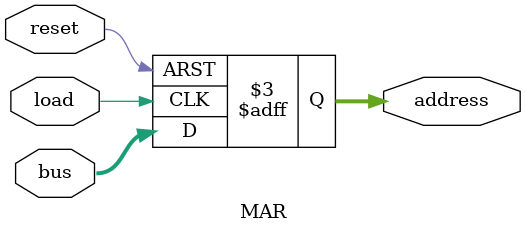
<source format=v>

module MAR(bus, load, address, reset);
	input wire[15:0] bus;
	input wire load, reset;
	
	output reg[15:0] address;
		
	always @(posedge load or posedge reset)
	begin
		if (reset == 1)
			address <= 16'd0;
		else
			address <= bus;
	end
endmodule
</source>
